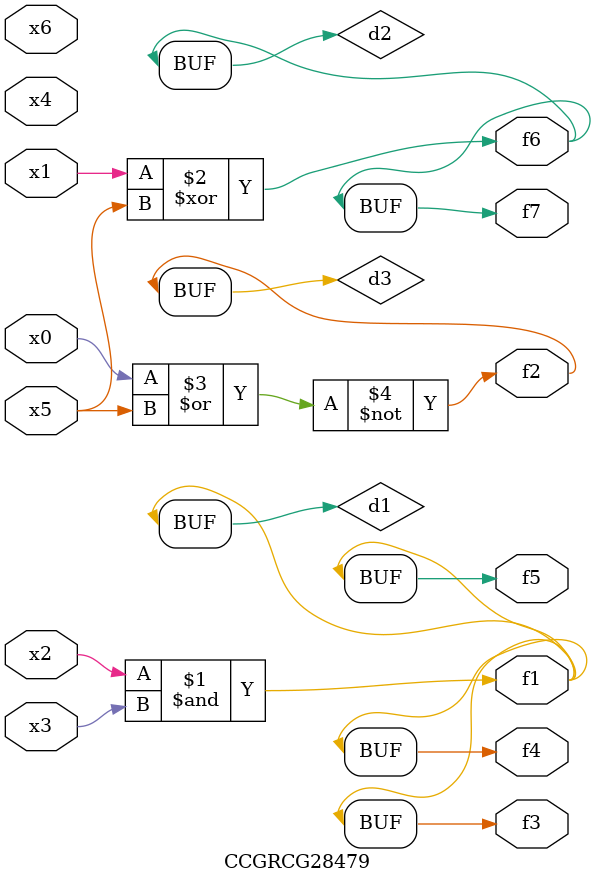
<source format=v>
module CCGRCG28479(
	input x0, x1, x2, x3, x4, x5, x6,
	output f1, f2, f3, f4, f5, f6, f7
);

	wire d1, d2, d3;

	and (d1, x2, x3);
	xor (d2, x1, x5);
	nor (d3, x0, x5);
	assign f1 = d1;
	assign f2 = d3;
	assign f3 = d1;
	assign f4 = d1;
	assign f5 = d1;
	assign f6 = d2;
	assign f7 = d2;
endmodule

</source>
